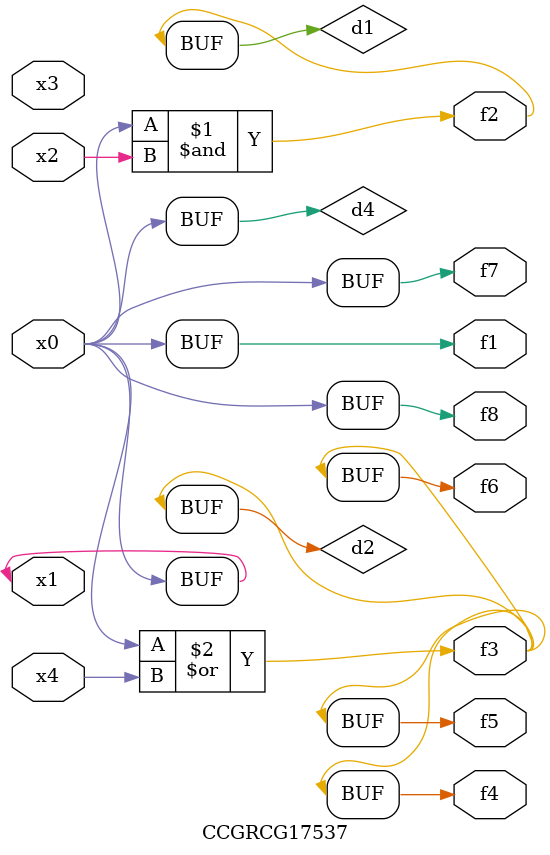
<source format=v>
module CCGRCG17537(
	input x0, x1, x2, x3, x4,
	output f1, f2, f3, f4, f5, f6, f7, f8
);

	wire d1, d2, d3, d4;

	and (d1, x0, x2);
	or (d2, x0, x4);
	nand (d3, x0, x2);
	buf (d4, x0, x1);
	assign f1 = d4;
	assign f2 = d1;
	assign f3 = d2;
	assign f4 = d2;
	assign f5 = d2;
	assign f6 = d2;
	assign f7 = d4;
	assign f8 = d4;
endmodule

</source>
